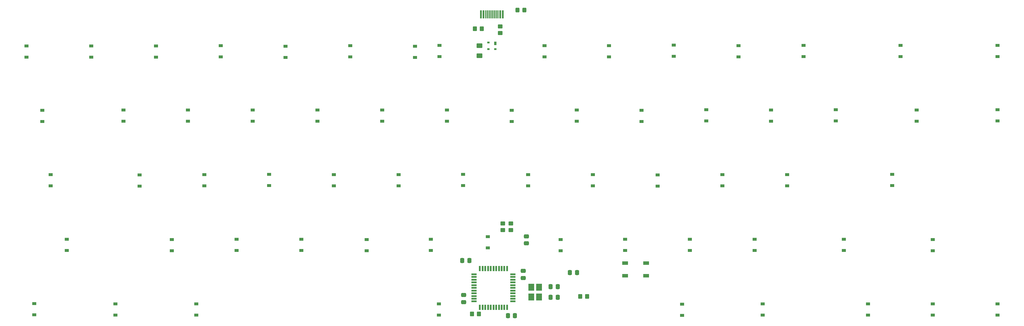
<source format=gbp>
G04 #@! TF.GenerationSoftware,KiCad,Pcbnew,(6.0.10)*
G04 #@! TF.CreationDate,2023-02-18T22:59:06-08:00*
G04 #@! TF.ProjectId,KeyboardM,4b657962-6f61-4726-944d-2e6b69636164,rev?*
G04 #@! TF.SameCoordinates,Original*
G04 #@! TF.FileFunction,Paste,Bot*
G04 #@! TF.FilePolarity,Positive*
%FSLAX46Y46*%
G04 Gerber Fmt 4.6, Leading zero omitted, Abs format (unit mm)*
G04 Created by KiCad (PCBNEW (6.0.10)) date 2023-02-18 22:59:06*
%MOMM*%
%LPD*%
G01*
G04 APERTURE LIST*
G04 Aperture macros list*
%AMRoundRect*
0 Rectangle with rounded corners*
0 $1 Rounding radius*
0 $2 $3 $4 $5 $6 $7 $8 $9 X,Y pos of 4 corners*
0 Add a 4 corners polygon primitive as box body*
4,1,4,$2,$3,$4,$5,$6,$7,$8,$9,$2,$3,0*
0 Add four circle primitives for the rounded corners*
1,1,$1+$1,$2,$3*
1,1,$1+$1,$4,$5*
1,1,$1+$1,$6,$7*
1,1,$1+$1,$8,$9*
0 Add four rect primitives between the rounded corners*
20,1,$1+$1,$2,$3,$4,$5,0*
20,1,$1+$1,$4,$5,$6,$7,0*
20,1,$1+$1,$6,$7,$8,$9,0*
20,1,$1+$1,$8,$9,$2,$3,0*%
G04 Aperture macros list end*
%ADD10R,1.200000X0.900000*%
%ADD11RoundRect,0.250000X0.337500X0.475000X-0.337500X0.475000X-0.337500X-0.475000X0.337500X-0.475000X0*%
%ADD12RoundRect,0.250000X0.475000X-0.337500X0.475000X0.337500X-0.475000X0.337500X-0.475000X-0.337500X0*%
%ADD13RoundRect,0.250000X-0.337500X-0.475000X0.337500X-0.475000X0.337500X0.475000X-0.337500X0.475000X0*%
%ADD14R,0.700000X1.000000*%
%ADD15R,0.700000X0.600000*%
%ADD16RoundRect,0.250000X-0.450000X0.350000X-0.450000X-0.350000X0.450000X-0.350000X0.450000X0.350000X0*%
%ADD17RoundRect,0.250000X0.350000X0.450000X-0.350000X0.450000X-0.350000X-0.450000X0.350000X-0.450000X0*%
%ADD18RoundRect,0.250000X0.325000X0.450000X-0.325000X0.450000X-0.325000X-0.450000X0.325000X-0.450000X0*%
%ADD19R,0.550000X1.500000*%
%ADD20R,1.500000X0.550000*%
%ADD21R,1.800000X1.100000*%
%ADD22RoundRect,0.250001X-0.624999X0.462499X-0.624999X-0.462499X0.624999X-0.462499X0.624999X0.462499X0*%
%ADD23RoundRect,0.250000X-0.475000X0.337500X-0.475000X-0.337500X0.475000X-0.337500X0.475000X0.337500X0*%
%ADD24R,1.800000X2.100000*%
%ADD25RoundRect,0.250000X-0.350000X-0.450000X0.350000X-0.450000X0.350000X0.450000X-0.350000X0.450000X0*%
%ADD26R,0.600000X2.450000*%
%ADD27R,0.300000X2.450000*%
G04 APERTURE END LIST*
D10*
X263896220Y-139739590D03*
X263896220Y-136439590D03*
X120985050Y-139679968D03*
X120985050Y-136379968D03*
X137635040Y-82519921D03*
X137635040Y-79219921D03*
X99565183Y-82518709D03*
X99565183Y-79218709D03*
X275762226Y-101565732D03*
X275762226Y-98265732D03*
D11*
X201314191Y-123608059D03*
X199239191Y-123608059D03*
D10*
X261496938Y-63425118D03*
X261496938Y-60125118D03*
X309119393Y-82485757D03*
X309119393Y-79185757D03*
X337672962Y-120703915D03*
X337672962Y-117403915D03*
D12*
X218151046Y-118526985D03*
X218151046Y-116451985D03*
D10*
X190042796Y-120610931D03*
X190042796Y-117310931D03*
X206768750Y-119839433D03*
X206768750Y-116539433D03*
X213829592Y-82625706D03*
X213829592Y-79325706D03*
X294803937Y-101578797D03*
X294803937Y-98278797D03*
X356734925Y-82485233D03*
X356734925Y-79185233D03*
X266240103Y-120648038D03*
X266240103Y-117348038D03*
X90093750Y-63662500D03*
X90093750Y-60362500D03*
X185343750Y-63712500D03*
X185343750Y-60412500D03*
D13*
X225244413Y-131303624D03*
X227319413Y-131303624D03*
D14*
X208962500Y-59575000D03*
D15*
X208962500Y-61275000D03*
X206962500Y-61275000D03*
X206962500Y-59375000D03*
D10*
X237655378Y-101601434D03*
X237655378Y-98301434D03*
X82867591Y-120622553D03*
X82867591Y-117322553D03*
X251982936Y-82646221D03*
X251982936Y-79346221D03*
X109143750Y-63662500D03*
X109143750Y-60362500D03*
X113830769Y-120680899D03*
X113830769Y-117380899D03*
X118565736Y-82501915D03*
X118565736Y-79201915D03*
X218605573Y-101601043D03*
X218605573Y-98301043D03*
X171133465Y-120688120D03*
X171133465Y-117388120D03*
D16*
X211150422Y-112654332D03*
X211150422Y-114654332D03*
D10*
X311500508Y-120660917D03*
X311500508Y-117360917D03*
X71037500Y-63650000D03*
X71037500Y-60350000D03*
X147243750Y-63712500D03*
X147243750Y-60412500D03*
D11*
X233017598Y-127151485D03*
X230942598Y-127151485D03*
D17*
X204993750Y-55261263D03*
X202993750Y-55261263D03*
D18*
X217560000Y-49784000D03*
X215510000Y-49784000D03*
D10*
X75752308Y-82594908D03*
X75752308Y-79294908D03*
X356738050Y-63517854D03*
X356738050Y-60217854D03*
X161482546Y-101606480D03*
X161482546Y-98306480D03*
D19*
X204435753Y-125961707D03*
X205235753Y-125961707D03*
X206035753Y-125961707D03*
X206835753Y-125961707D03*
X207635753Y-125961707D03*
X208435753Y-125961707D03*
X209235753Y-125961707D03*
X210035753Y-125961707D03*
X210835753Y-125961707D03*
X211635753Y-125961707D03*
X212435753Y-125961707D03*
D20*
X214135753Y-127661707D03*
X214135753Y-128461707D03*
X214135753Y-129261707D03*
X214135753Y-130061707D03*
X214135753Y-130861707D03*
X214135753Y-131661707D03*
X214135753Y-132461707D03*
X214135753Y-133261707D03*
X214135753Y-134061707D03*
X214135753Y-134861707D03*
X214135753Y-135661707D03*
D19*
X212435753Y-137361707D03*
X211635753Y-137361707D03*
X210835753Y-137361707D03*
X210035753Y-137361707D03*
X209235753Y-137361707D03*
X208435753Y-137361707D03*
X207635753Y-137361707D03*
X206835753Y-137361707D03*
X206035753Y-137361707D03*
X205235753Y-137361707D03*
X204435753Y-137361707D03*
D20*
X202735753Y-135661707D03*
X202735753Y-134861707D03*
X202735753Y-134061707D03*
X202735753Y-133261707D03*
X202735753Y-132461707D03*
X202735753Y-131661707D03*
X202735753Y-130861707D03*
X202735753Y-130061707D03*
X202735753Y-129261707D03*
X202735753Y-128461707D03*
X202735753Y-127661707D03*
D21*
X247166900Y-128056250D03*
X253366900Y-128056250D03*
X253366900Y-124356250D03*
X247166900Y-124356250D03*
D22*
X204356967Y-60244428D03*
X204356967Y-63219428D03*
D10*
X151937360Y-120609126D03*
X151937360Y-117309126D03*
D23*
X217167003Y-126652957D03*
X217167003Y-128727957D03*
D24*
X219575663Y-134343624D03*
X219575663Y-131443624D03*
X221875663Y-131443624D03*
X221875663Y-134343624D03*
D10*
X97177278Y-139704695D03*
X97177278Y-136404695D03*
X228197588Y-120709086D03*
X228197588Y-117409086D03*
X199527272Y-101539145D03*
X199527272Y-98239145D03*
D25*
X233950000Y-134143750D03*
X235950000Y-134143750D03*
D10*
X78124810Y-101562584D03*
X78124810Y-98262584D03*
D13*
X212683415Y-139891260D03*
X214758415Y-139891260D03*
D10*
X356710703Y-139690665D03*
X356710703Y-136390665D03*
X337692378Y-139660722D03*
X337692378Y-136360722D03*
X132892080Y-120651238D03*
X132892080Y-117351238D03*
X299621537Y-63515858D03*
X299621537Y-60215858D03*
X285294428Y-120653962D03*
X285294428Y-117353962D03*
X332920697Y-82553627D03*
X332920697Y-79253627D03*
X104326708Y-101653683D03*
X104326708Y-98353683D03*
X180509065Y-101614167D03*
X180509065Y-98314167D03*
D16*
X210434025Y-54573298D03*
X210434025Y-56573298D03*
D10*
X290059887Y-82508139D03*
X290059887Y-79208139D03*
X242393750Y-63548508D03*
X242393750Y-60248508D03*
X287668218Y-139674488D03*
X287668218Y-136374488D03*
X328144363Y-63490206D03*
X328144363Y-60190206D03*
X325762185Y-101540773D03*
X325762185Y-98240773D03*
X318627947Y-139711482D03*
X318627947Y-136411482D03*
D26*
X204737500Y-51057500D03*
X205512500Y-51057500D03*
D27*
X206212500Y-51057500D03*
X206712500Y-51057500D03*
X207212500Y-51057500D03*
X207712500Y-51057500D03*
X208212500Y-51057500D03*
X208712500Y-51057500D03*
X209212500Y-51057500D03*
X209712500Y-51057500D03*
D26*
X210412500Y-51057500D03*
X211187500Y-51057500D03*
D10*
X192421075Y-139690052D03*
X192421075Y-136390052D03*
X156689261Y-82543578D03*
X156689261Y-79243578D03*
D13*
X225244413Y-134478624D03*
X227319413Y-134478624D03*
D17*
X204140337Y-139337733D03*
X202140337Y-139337733D03*
D10*
X192557821Y-63466304D03*
X192557821Y-60166304D03*
X232904074Y-82532383D03*
X232904074Y-79232383D03*
D16*
X213531672Y-112654332D03*
X213531672Y-114654332D03*
D10*
X271035605Y-82475849D03*
X271035605Y-79175849D03*
X142439817Y-101523749D03*
X142439817Y-98223749D03*
X247166863Y-120621909D03*
X247166863Y-117321909D03*
X128237500Y-63562500D03*
X128237500Y-60262500D03*
D12*
X199704503Y-135871707D03*
X199704503Y-133796707D03*
D10*
X73337272Y-139638265D03*
X73337272Y-136338265D03*
X256705378Y-101631290D03*
X256705378Y-98331290D03*
X223437500Y-63562500D03*
X223437500Y-60262500D03*
X175743242Y-82543963D03*
X175743242Y-79243963D03*
X280510254Y-63530872D03*
X280510254Y-60230872D03*
X123353982Y-101594891D03*
X123353982Y-98294891D03*
X194764424Y-82521863D03*
X194764424Y-79221863D03*
X166293750Y-63562500D03*
X166293750Y-60262500D03*
M02*

</source>
